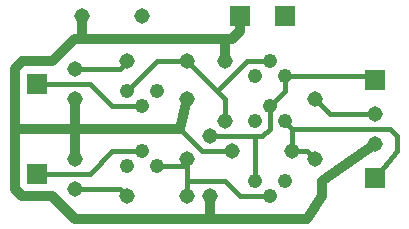
<source format=gbl>
G04 Output by ViewMate Deluxe V11.0.9  PentaLogix LLC*
G04 Sun May 11 19:10:48 2014*
%FSLAX33Y33*%
%MOMM*%
%IPPOS*%
%ADD10C,1.3081*%
%ADD11R,1.8009X1.8009*%
%ADD12C,1.209*%
%ADD13C,0.4064*%
%ADD14C,0.8128*%

%LPD*%
X0Y0D2*D13*G1X16764Y6815D2*X16764Y8085D1*X11684Y6815D2*X11049Y7450D1*X7239Y7450*X4064Y8720D2*X8509Y8720D1*X10414Y10625*X12954Y10625*X11684Y18245D2*X11049Y17610D1*X7239Y17610*X4064Y16340D2*X8509Y16340D1*X10414Y14435*X12954Y14435*X11684Y15705D2*X14224Y18245D1*X16764Y18245*X19304Y15705*X23749Y18245D2*X21844Y18245D1*X19304Y15705*X19939Y15070*X19939Y13165*X20574Y10625D2*X18034Y10625D1*X16129Y12530*X22479Y11895D2*X18669Y11895D1*X25654Y12530D2*X25654Y10625D1*X26924Y10625*X27559Y9990*X32639Y8402D2*X34544Y10625D1*X34544Y11895*X33909Y12530*X25654Y12530*X25019Y13165*X27559Y15070D2*X28829Y13800D1*X32639Y13800*X32639Y16657D2*X32004Y16975D1*X25019Y16975*X25019Y15705*X23749Y14435*X23749Y12530*X23114Y11895*X22479Y11895*X22479Y8085*X23749Y6815D2*X21209Y6815D1*X19939Y8085*X16764Y8085*X16764Y9355*X16764Y9990D2*X16764Y9355D1*X14224Y9355*D14*X32639Y11260D2*X28194Y8085D1*X28194Y6815*X26924Y4910*X18669Y4910*X18669Y6815D2*X18669Y4910D1*X7239Y4910*X7239Y12530D2*X7239Y9990D1*X2159Y12530D2*X2159Y17610D1*X2794Y18245*X5334Y18245*X7239Y20150*X7874Y20150*X7874Y22055D2*X7874Y20150D1*X19939Y20150*X21209Y22055D2*X21209Y20785D1*X20574Y20150*X19939Y20150*X19939Y18245*X16764Y15070D2*X16129Y12530D1*X7239Y12530*X7239Y15070D2*X7239Y12530D1*X2159Y12530*X2159Y7450*X2794Y6815*X5334Y6815*X7239Y4910*D10*X27559Y15070D3*X32639Y13800D3*X32639Y11260D3*X27559Y9990D3*X25654Y10625D3*X20574Y10625D3*X7239Y15070D3*X7239Y17610D3*X11684Y18245D3*X7874Y22055D3*X12954Y22055D3*X19939Y18245D3*X16764Y18245D3*X16764Y15070D3*X19939Y13165D3*X18669Y11895D3*X16764Y9990D3*X18669Y6815D3*X16764Y6815D3*X11684Y6815D3*X7239Y9990D3*X7239Y7450D3*D11*X32639Y8402D3*X4064Y8720D3*X4064Y16340D3*X21209Y22055D3*X25019Y22055D3*X32639Y16657D3*D12*X14224Y9355D3*X11684Y9355D3*X12954Y10625D3*X11684Y15705D3*X12954Y14435D3*X14224Y15705D3*X22479Y16975D3*X23749Y18245D3*X25019Y16975D3*X25019Y13165D3*X23749Y14435D3*X22479Y13165D3*X22479Y8085D3*X23749Y6815D3*X25019Y8085D3*X0Y0D2*M02*
</source>
